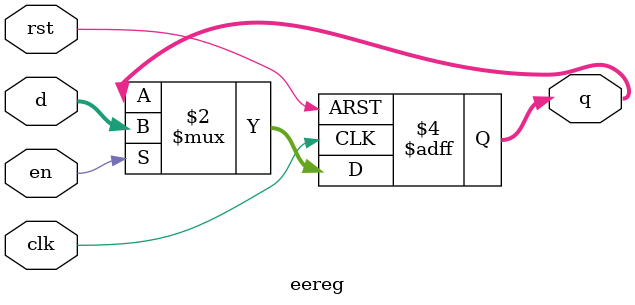
<source format=sv>
`timescale 1ns / 1ps

module eereg(
        
    input logic clk,             
    input logic rst,  
    input logic en,           
    input logic [7:0] d,         
    output logic [7:0] q          
);

    always @(posedge clk or posedge rst) begin
        if (rst)
            q <= 8'b0;          
        else if (en)
            q <= d;             
    end

endmodule



</source>
